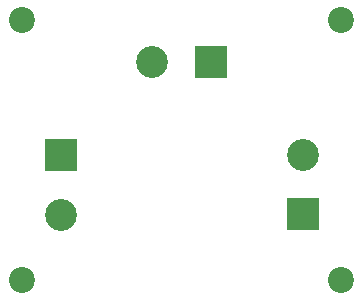
<source format=gbr>
%TF.GenerationSoftware,KiCad,Pcbnew,(6.0.5)*%
%TF.CreationDate,2022-05-30T14:14:05+05:00*%
%TF.ProjectId,multivib,6d756c74-6976-4696-922e-6b696361645f,rev?*%
%TF.SameCoordinates,Original*%
%TF.FileFunction,Soldermask,Bot*%
%TF.FilePolarity,Negative*%
%FSLAX46Y46*%
G04 Gerber Fmt 4.6, Leading zero omitted, Abs format (unit mm)*
G04 Created by KiCad (PCBNEW (6.0.5)) date 2022-05-30 14:14:05*
%MOMM*%
%LPD*%
G01*
G04 APERTURE LIST*
%ADD10R,2.700000X2.700000*%
%ADD11C,2.700000*%
%ADD12C,2.200000*%
G04 APERTURE END LIST*
D10*
%TO.C,J1*%
X110327500Y-100467500D03*
D11*
X110327500Y-105467500D03*
%TD*%
D12*
%TO.C,H4*%
X107000000Y-89000000D03*
%TD*%
D10*
%TO.C,J2*%
X123052500Y-92547500D03*
D11*
X118052500Y-92547500D03*
%TD*%
D12*
%TO.C,H1*%
X107000000Y-111000000D03*
%TD*%
%TO.C,H3*%
X134000000Y-89000000D03*
%TD*%
D10*
%TO.C,J3*%
X130810000Y-105410000D03*
D11*
X130810000Y-100410000D03*
%TD*%
D12*
%TO.C,H2*%
X134000000Y-111000000D03*
%TD*%
M02*

</source>
